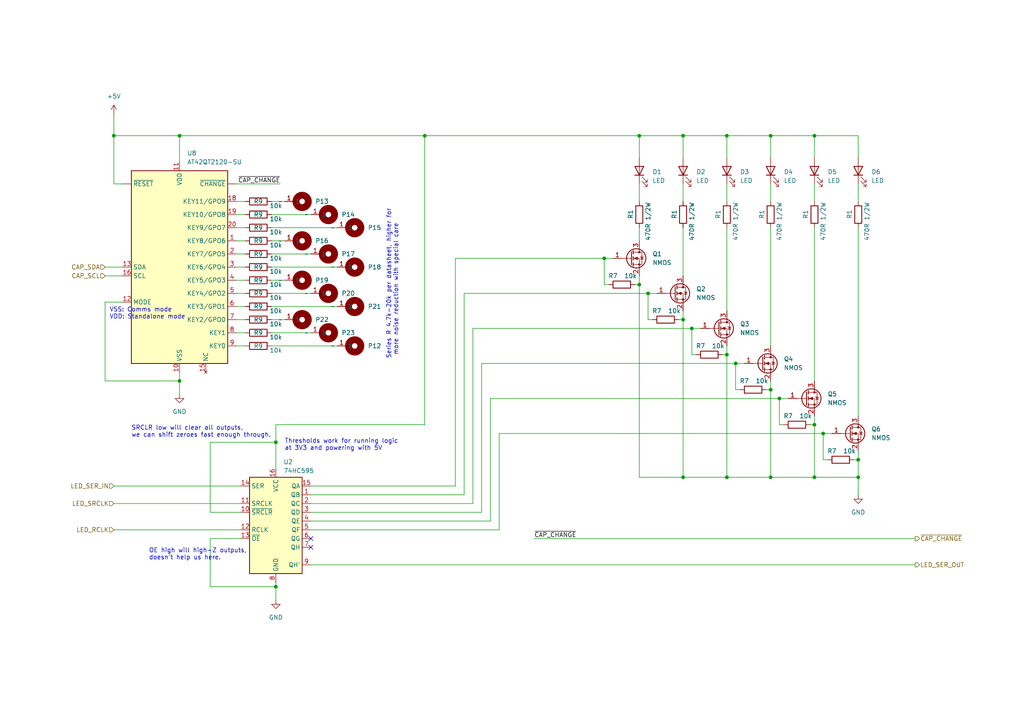
<source format=kicad_sch>
(kicad_sch (version 20230121) (generator eeschema)
  (paper "A4")
  (lib_symbols
    (symbol "74xx:74HC595"
      (property "Reference" "U" (at -7.62 13.97 0))
      (property "Value" "74HC595" (at -7.62 -16.51 0))
      (symbol "74HC595_1_0"
        (pin tri_state line (at 10.16 7.62 180) (length 2.54) (name "QB") (number "1"))
        (pin input line (at -10.16 2.54 0) (length 2.54) (name "~{SRCLR}") (number "10"))
        (pin input line (at -10.16 5.08 0) (length 2.54) (name "SRCLK") (number "11"))
        (pin input line (at -10.16 -2.54 0) (length 2.54) (name "RCLK") (number "12"))
        (pin input line (at -10.16 -5.08 0) (length 2.54) (name "~{OE}") (number "13"))
        (pin input line (at -10.16 10.16 0) (length 2.54) (name "SER") (number "14"))
        (pin tri_state line (at 10.16 10.16 180) (length 2.54) (name "QA") (number "15"))
        (pin power_in line (at 0 15.24 270) (length 2.54) (name "VCC") (number "16"))
        (pin tri_state line (at 10.16 5.08 180) (length 2.54) (name "QC") (number "2"))
        (pin tri_state line (at 10.16 2.54 180) (length 2.54) (name "QD") (number "3"))
        (pin tri_state line (at 10.16 0 180) (length 2.54) (name "QE") (number "4"))
        (pin tri_state line (at 10.16 -2.54 180) (length 2.54) (name "QF") (number "5"))
        (pin tri_state line (at 10.16 -5.08 180) (length 2.54) (name "QG") (number "6"))
        (pin tri_state line (at 10.16 -7.62 180) (length 2.54) (name "QH") (number "7"))
        (pin power_in line (at 0 -17.78 90) (length 2.54) (name "GND") (number "8"))
        (pin output line (at 10.16 -12.7 180) (length 2.54) (name "QH'") (number "9"))
      )
      (symbol "74HC595_1_1"
        (rectangle (start -7.62 12.7) (end 7.62 -15.24) (stroke (width 0.254)) (fill (type background)))
      )
    )
    (symbol "Device:LED" (pin_numbers hide) (pin_names (offset 1.016) hide)
      (property "Reference" "D" (at 0 2.54 0))
      (property "Value" "LED" (at 0 -2.54 0))
      (symbol "LED_0_1"
        (polyline (pts (xy -1.27 -1.27) (xy -1.27 1.27)) (stroke (width 0.254)))
        (polyline (pts (xy -1.27 0) (xy 1.27 0)))
        (polyline (pts (xy 1.27 -1.27) (xy 1.27 1.27) (xy -1.27 0) (xy 1.27 -1.27)) (stroke (width 0.254)))
        (polyline (pts (xy -3.048 -0.762) (xy -4.572 -2.286) (xy -3.81 -2.286) (xy -4.572 -2.286) (xy -4.572 -1.524)))
        (polyline (pts (xy -1.778 -0.762) (xy -3.302 -2.286) (xy -2.54 -2.286) (xy -3.302 -2.286) (xy -3.302 -1.524)))
      )
      (symbol "LED_1_1"
        (pin passive line (at -3.81 0 0) (length 2.54) (name "K") (number "1"))
        (pin passive line (at 3.81 0 180) (length 2.54) (name "A") (number "2"))
      )
    )
    (symbol "Device:Q_NMOS_GSD" (pin_names (offset 0) hide)
      (property "Reference" "Q" (at 5.08 1.27 0))
      (property "Value" "Q_NMOS_GSD" (at 5.08 -1.27 0))
      (symbol "Q_NMOS_GSD_0_1"
        (polyline (pts (xy 0.254 0) (xy -2.54 0)))
        (polyline (pts (xy 0.254 1.905) (xy 0.254 -1.905)) (stroke (width 0.254)))
        (polyline (pts (xy 0.762 -1.27) (xy 0.762 -2.286)) (stroke (width 0.254)))
        (polyline (pts (xy 0.762 0.508) (xy 0.762 -0.508)) (stroke (width 0.254)))
        (polyline (pts (xy 0.762 2.286) (xy 0.762 1.27)) (stroke (width 0.254)))
        (polyline (pts (xy 2.54 2.54) (xy 2.54 1.778)))
        (polyline (pts (xy 2.54 -2.54) (xy 2.54 0) (xy 0.762 0)))
        (polyline (pts (xy 0.762 -1.778) (xy 3.302 -1.778) (xy 3.302 1.778) (xy 0.762 1.778)))
        (polyline (pts (xy 1.016 0) (xy 2.032 0.381) (xy 2.032 -0.381) (xy 1.016 0)) (fill (type outline)))
        (polyline (pts (xy 2.794 0.508) (xy 2.921 0.381) (xy 3.683 0.381) (xy 3.81 0.254)))
        (polyline (pts (xy 3.302 0.381) (xy 2.921 -0.254) (xy 3.683 -0.254) (xy 3.302 0.381)))
        (circle (center 1.651 0) (radius 2.794) (stroke (width 0.254)))
        (circle (center 2.54 -1.778) (radius 0.254) (fill (type outline)))
        (circle (center 2.54 1.778) (radius 0.254) (fill (type outline)))
      )
      (symbol "Q_NMOS_GSD_1_1"
        (pin input line (at -5.08 0 0) (length 2.54) (name "G") (number "1"))
        (pin passive line (at 2.54 -5.08 90) (length 2.54) (name "S") (number "2"))
        (pin passive line (at 2.54 5.08 270) (length 2.54) (name "D") (number "3"))
      )
    )
    (symbol "Device:R" (pin_numbers hide) (pin_names (offset 0))
      (property "Reference" "R" (at 2.032 0 90))
      (property "Value" "R" (at 0 0 90))
      (symbol "R_0_1"
        (rectangle (start -1.016 -2.54) (end 1.016 2.54) (stroke (width 0.254)))
      )
      (symbol "R_1_1"
        (pin passive line (at 0 3.81 270) (length 1.27) (name "~") (number "1"))
        (pin passive line (at 0 -3.81 90) (length 1.27) (name "~") (number "2"))
      )
    )
    (symbol "Sensor_Touch:AT42QT2120-SU"
      (property "Reference" "U" (at 10.16 38.1 0))
      (property "Value" "AT42QT2120-SU" (at 15.24 -16.51 0))
      (symbol "AT42QT2120-SU_1_1"
        (rectangle (start 13.97 40.64) (end 41.91 -15.24) (stroke (width 0.254)) (fill (type background)))
        (pin output line (at 44.45 36.83 180) (length 2.54) (name "~{CHANGE}") (number ""))
        (pin input line (at 11.43 36.83 0) (length 2.54) (name "~{RESET}") (number ""))
        (pin bidirectional line (at 44.45 20.32 180) (length 2.54) (name "KEY8/GPO6") (number "1"))
        (pin power_in line (at 27.94 -17.78 90) (length 2.54) (name "VSS") (number "10"))
        (pin power_in line (at 27.94 43.18 270) (length 2.54) (name "VDD") (number "11"))
        (pin input line (at 11.43 2.54 0) (length 2.54) (name "MODE") (number "12"))
        (pin bidirectional line (at 11.43 12.7 0) (length 2.54) (name "SDA") (number "13"))
        (pin no_connect line (at 35.56 -17.78 90) (length 2.54) (name "NC") (number "15"))
        (pin bidirectional line (at 11.43 10.16 0) (length 2.54) (name "SCL") (number "16"))
        (pin bidirectional line (at 44.45 31.75 180) (length 2.54) (name "KEY11/GPO9") (number "18"))
        (pin bidirectional line (at 44.45 27.94 180) (length 2.54) (name "KEY10/GPO8") (number "19"))
        (pin bidirectional line (at 44.45 16.51 180) (length 2.54) (name "KEY7/GPO5") (number "2"))
        (pin bidirectional line (at 44.45 24.13 180) (length 2.54) (name "KEY9/GPO7") (number "20"))
        (pin bidirectional line (at 44.45 12.7 180) (length 2.54) (name "KEY6/GPO4") (number "3"))
        (pin bidirectional line (at 44.45 8.89 180) (length 2.54) (name "KEY5/GPO3") (number "4"))
        (pin bidirectional line (at 44.45 5.08 180) (length 2.54) (name "KEY4/GPO2") (number "5"))
        (pin bidirectional line (at 44.45 1.27 180) (length 2.54) (name "KEY3/GPO1") (number "6"))
        (pin bidirectional line (at 44.45 -2.54 180) (length 2.54) (name "KEY2/GPO0") (number "7"))
        (pin bidirectional line (at 44.45 -6.35 180) (length 2.54) (name "KEY1") (number "8"))
        (pin bidirectional line (at 44.45 -10.16 180) (length 2.54) (name "KEY0") (number "9"))
      )
    )
    (symbol "Sensor_Touch:Single_LED_Touch_Key"
      (property "Reference" "P" (at 2.54 3.81 0))
      (symbol "Single_LED_Touch_Key_1_1"
        (circle (center 0 0) (radius 1.7961) (stroke (width 2)))
        (pin bidirectional line (at -5.08 0 0) (length 2.54) (name "1") (number "1"))
      )
    )
    (symbol "power:+5V" (power) (pin_names (offset 0))
      (property "Value" "+5V" (at 0 3.556 0))
      (symbol "+5V_0_1"
        (polyline (pts (xy -0.762 1.27) (xy 0 2.54)))
        (polyline (pts (xy 0 0) (xy 0 2.54)))
        (polyline (pts (xy 0 2.54) (xy 0.762 1.27)))
      )
      (symbol "+5V_1_1"
        (pin power_in line (at 0 0 90) (length 0) hide (name "+5V") (number "1"))
      )
    )
    (symbol "power:GND" (power) (pin_names (offset 0))
      (property "Value" "GND" (at 0 -3.81 0))
      (symbol "GND_0_1"
        (polyline (pts (xy 0 0) (xy 0 -1.27) (xy 1.27 -1.27) (xy 0 -2.54) (xy -1.27 -1.27) (xy 0 -1.27)))
      )
      (symbol "GND_1_1"
        (pin power_in line (at 0 0 270) (length 0) hide (name "GND") (number "1"))
      )
    )
  )
  (junction (at 52.07 110.49))
  (junction (at 248.92 133.35))
  (junction (at 236.22 138.43))
  (junction (at 236.22 39.37))
  (junction (at 80.01 170.18))
  (junction (at 223.52 39.37))
  (junction (at 223.52 138.43))
  (junction (at 33.02 39.37))
  (junction (at 198.12 39.37))
  (junction (at 236.22 123.19))
  (junction (at 238.76 125.73))
  (junction (at 200.66 95.25))
  (junction (at 198.12 138.43))
  (junction (at 185.42 39.37))
  (junction (at 198.12 92.71))
  (junction (at 123.19 39.37))
  (junction (at 80.01 128.27))
  (junction (at 210.82 39.37))
  (junction (at 223.52 113.03))
  (junction (at 213.36 105.41))
  (junction (at 210.82 138.43))
  (junction (at 210.82 102.87))
  (junction (at 187.96 85.09))
  (junction (at 248.92 138.43))
  (junction (at 185.42 82.55))
  (junction (at 52.07 39.37))
  (junction (at 175.26 74.93))
  (junction (at 226.06 115.57))
  (no_connect (at 90.17 156.21))
  (no_connect (at 90.17 158.75))
  (wire (pts (xy 198.12 53.34) (xy 198.12 58.42)))
  (wire (pts (xy 52.07 107.95) (xy 52.07 110.49)))
  (wire (pts (xy 68.58 73.66) (xy 71.12 73.66)))
  (wire (pts (xy 52.07 46.99) (xy 52.07 39.37)))
  (wire (pts (xy 234.95 123.19) (xy 236.22 123.19)))
  (wire (pts (xy 236.22 39.37) (xy 248.92 39.37)))
  (wire (pts (xy 185.42 82.55) (xy 185.42 138.43)))
  (wire (pts (xy 123.19 39.37) (xy 123.19 123.19)))
  (wire (pts (xy 210.82 53.34) (xy 210.82 58.42)))
  (wire (pts (xy 78.74 100.33) (xy 97.79 100.33)))
  (wire (pts (xy 200.66 102.87) (xy 200.66 95.25)))
  (wire (pts (xy 144.78 125.73) (xy 238.76 125.73)))
  (wire (pts (xy 236.22 39.37) (xy 236.22 45.72)))
  (wire (pts (xy 90.17 140.97) (xy 132.08 140.97)))
  (wire (pts (xy 198.12 92.71) (xy 198.12 138.43)))
  (wire (pts (xy 185.42 39.37) (xy 198.12 39.37)))
  (wire (pts (xy 134.62 143.51) (xy 90.17 143.51)))
  (wire (pts (xy 248.92 143.51) (xy 248.92 138.43)))
  (wire (pts (xy 78.74 66.04) (xy 97.79 66.04)))
  (wire (pts (xy 60.96 156.21) (xy 60.96 170.18)))
  (wire (pts (xy 210.82 39.37) (xy 210.82 45.72)))
  (wire (pts (xy 90.17 163.83) (xy 265.43 163.83)))
  (wire (pts (xy 33.02 146.05) (xy 69.85 146.05)))
  (wire (pts (xy 78.74 69.85) (xy 82.55 69.85)))
  (wire (pts (xy 139.7 148.59) (xy 90.17 148.59)))
  (wire (pts (xy 184.15 82.55) (xy 185.42 82.55)))
  (wire (pts (xy 189.23 92.71) (xy 187.96 92.71)))
  (wire (pts (xy 175.26 82.55) (xy 175.26 74.93)))
  (wire (pts (xy 144.78 125.73) (xy 144.78 153.67)))
  (wire (pts (xy 227.33 123.19) (xy 226.06 123.19)))
  (wire (pts (xy 68.58 85.09) (xy 71.12 85.09)))
  (wire (pts (xy 198.12 66.04) (xy 198.12 80.01)))
  (wire (pts (xy 68.58 92.71) (xy 71.12 92.71)))
  (wire (pts (xy 80.01 170.18) (xy 80.01 173.99)))
  (wire (pts (xy 68.58 96.52) (xy 71.12 96.52)))
  (wire (pts (xy 223.52 66.04) (xy 223.52 100.33)))
  (wire (pts (xy 213.36 113.03) (xy 213.36 105.41)))
  (wire (pts (xy 33.02 39.37) (xy 52.07 39.37)))
  (wire (pts (xy 60.96 128.27) (xy 80.01 128.27)))
  (wire (pts (xy 223.52 39.37) (xy 223.52 45.72)))
  (wire (pts (xy 68.58 88.9) (xy 71.12 88.9)))
  (wire (pts (xy 68.58 81.28) (xy 71.12 81.28)))
  (wire (pts (xy 248.92 133.35) (xy 248.92 138.43)))
  (wire (pts (xy 185.42 39.37) (xy 185.42 45.72)))
  (wire (pts (xy 175.26 74.93) (xy 177.8 74.93)))
  (wire (pts (xy 200.66 95.25) (xy 203.2 95.25)))
  (wire (pts (xy 78.74 92.71) (xy 82.55 92.71)))
  (wire (pts (xy 226.06 123.19) (xy 226.06 115.57)))
  (wire (pts (xy 185.42 138.43) (xy 198.12 138.43)))
  (wire (pts (xy 80.01 128.27) (xy 80.01 135.89)))
  (wire (pts (xy 35.56 53.34) (xy 33.02 53.34)))
  (wire (pts (xy 210.82 39.37) (xy 223.52 39.37)))
  (wire (pts (xy 210.82 138.43) (xy 223.52 138.43)))
  (wire (pts (xy 134.62 85.09) (xy 187.96 85.09)))
  (wire (pts (xy 247.65 133.35) (xy 248.92 133.35)))
  (wire (pts (xy 30.48 80.01) (xy 35.56 80.01)))
  (wire (pts (xy 248.92 53.34) (xy 248.92 58.42)))
  (wire (pts (xy 123.19 39.37) (xy 185.42 39.37)))
  (wire (pts (xy 142.24 115.57) (xy 226.06 115.57)))
  (wire (pts (xy 210.82 100.33) (xy 210.82 102.87)))
  (wire (pts (xy 123.19 123.19) (xy 80.01 123.19)))
  (wire (pts (xy 90.17 151.13) (xy 142.24 151.13)))
  (wire (pts (xy 223.52 53.34) (xy 223.52 58.42)))
  (wire (pts (xy 154.94 156.21) (xy 265.43 156.21)))
  (wire (pts (xy 236.22 66.04) (xy 236.22 110.49)))
  (wire (pts (xy 60.96 148.59) (xy 60.96 128.27)))
  (wire (pts (xy 198.12 39.37) (xy 210.82 39.37)))
  (wire (pts (xy 30.48 110.49) (xy 52.07 110.49)))
  (wire (pts (xy 68.58 66.04) (xy 71.12 66.04)))
  (wire (pts (xy 33.02 140.97) (xy 69.85 140.97)))
  (wire (pts (xy 185.42 80.01) (xy 185.42 82.55)))
  (wire (pts (xy 68.58 62.23) (xy 71.12 62.23)))
  (wire (pts (xy 240.03 133.35) (xy 238.76 133.35)))
  (wire (pts (xy 60.96 170.18) (xy 80.01 170.18)))
  (wire (pts (xy 68.58 69.85) (xy 71.12 69.85)))
  (wire (pts (xy 68.58 77.47) (xy 71.12 77.47)))
  (wire (pts (xy 139.7 105.41) (xy 139.7 148.59)))
  (wire (pts (xy 69.85 156.21) (xy 60.96 156.21)))
  (wire (pts (xy 187.96 92.71) (xy 187.96 85.09)))
  (wire (pts (xy 80.01 123.19) (xy 80.01 128.27)))
  (wire (pts (xy 80.01 168.91) (xy 80.01 170.18)))
  (wire (pts (xy 213.36 105.41) (xy 215.9 105.41)))
  (wire (pts (xy 90.17 146.05) (xy 137.16 146.05)))
  (wire (pts (xy 187.96 85.09) (xy 190.5 85.09)))
  (wire (pts (xy 196.85 92.71) (xy 198.12 92.71)))
  (wire (pts (xy 78.74 58.42) (xy 82.55 58.42)))
  (wire (pts (xy 209.55 102.87) (xy 210.82 102.87)))
  (wire (pts (xy 68.58 100.33) (xy 71.12 100.33)))
  (wire (pts (xy 223.52 39.37) (xy 236.22 39.37)))
  (wire (pts (xy 222.25 113.03) (xy 223.52 113.03)))
  (wire (pts (xy 198.12 39.37) (xy 198.12 45.72)))
  (wire (pts (xy 78.74 77.47) (xy 97.79 77.47)))
  (wire (pts (xy 185.42 53.34) (xy 185.42 58.42)))
  (wire (pts (xy 33.02 33.02) (xy 33.02 39.37)))
  (wire (pts (xy 78.74 96.52) (xy 90.17 96.52)))
  (wire (pts (xy 30.48 77.47) (xy 35.56 77.47)))
  (wire (pts (xy 137.16 146.05) (xy 137.16 95.25)))
  (wire (pts (xy 238.76 133.35) (xy 238.76 125.73)))
  (wire (pts (xy 198.12 90.17) (xy 198.12 92.71)))
  (wire (pts (xy 214.63 113.03) (xy 213.36 113.03)))
  (wire (pts (xy 52.07 110.49) (xy 52.07 114.3)))
  (wire (pts (xy 185.42 66.04) (xy 185.42 69.85)))
  (wire (pts (xy 139.7 105.41) (xy 213.36 105.41)))
  (wire (pts (xy 78.74 62.23) (xy 90.17 62.23)))
  (wire (pts (xy 210.82 66.04) (xy 210.82 90.17)))
  (wire (pts (xy 236.22 123.19) (xy 236.22 138.43)))
  (wire (pts (xy 35.56 87.63) (xy 30.48 87.63)))
  (wire (pts (xy 52.07 39.37) (xy 123.19 39.37)))
  (wire (pts (xy 132.08 140.97) (xy 132.08 74.93)))
  (wire (pts (xy 236.22 120.65) (xy 236.22 123.19)))
  (wire (pts (xy 223.52 110.49) (xy 223.52 113.03)))
  (wire (pts (xy 69.85 148.59) (xy 60.96 148.59)))
  (wire (pts (xy 248.92 130.81) (xy 248.92 133.35)))
  (wire (pts (xy 30.48 87.63) (xy 30.48 110.49)))
  (wire (pts (xy 137.16 95.25) (xy 200.66 95.25)))
  (wire (pts (xy 236.22 53.34) (xy 236.22 58.42)))
  (wire (pts (xy 223.52 113.03) (xy 223.52 138.43)))
  (wire (pts (xy 78.74 88.9) (xy 97.79 88.9)))
  (wire (pts (xy 226.06 115.57) (xy 228.6 115.57)))
  (wire (pts (xy 78.74 81.28) (xy 82.55 81.28)))
  (wire (pts (xy 210.82 102.87) (xy 210.82 138.43)))
  (wire (pts (xy 68.58 58.42) (xy 71.12 58.42)))
  (wire (pts (xy 132.08 74.93) (xy 175.26 74.93)))
  (wire (pts (xy 236.22 138.43) (xy 248.92 138.43)))
  (wire (pts (xy 134.62 85.09) (xy 134.62 143.51)))
  (wire (pts (xy 78.74 85.09) (xy 90.17 85.09)))
  (wire (pts (xy 33.02 53.34) (xy 33.02 39.37)))
  (wire (pts (xy 176.53 82.55) (xy 175.26 82.55)))
  (wire (pts (xy 238.76 125.73) (xy 241.3 125.73)))
  (wire (pts (xy 68.58 53.34) (xy 81.28 53.34)))
  (wire (pts (xy 223.52 138.43) (xy 236.22 138.43)))
  (wire (pts (xy 248.92 66.04) (xy 248.92 120.65)))
  (wire (pts (xy 198.12 138.43) (xy 210.82 138.43)))
  (wire (pts (xy 142.24 151.13) (xy 142.24 115.57)))
  (wire (pts (xy 201.93 102.87) (xy 200.66 102.87)))
  (wire (pts (xy 33.02 153.67) (xy 69.85 153.67)))
  (wire (pts (xy 78.74 73.66) (xy 90.17 73.66)))
  (wire (pts (xy 248.92 39.37) (xy 248.92 45.72)))
  (wire (pts (xy 144.78 153.67) (xy 90.17 153.67)))
  (text "SRCLR low will clear all outputs,\nwe can shift zeroes fast enough through." (at 38.1 127 0) (effects (font (size 1.27 1.27)) (justify left bottom)))
  (text "Series R 4.7k-20k per datasheet, higher for\n more noise reduction with special care" (at 115.57 104.14 90) (effects (font (size 1.27 1.27)) (justify left bottom)))
  (text "OE high will high-Z outputs,\ndoesn't help us here." (at 43.18 162.56 0) (effects (font (size 1.27 1.27)) (justify left bottom)))
  (text "Thresholds work for running logic\nat 3V3 and powering with 5V" (at 82.55 130.81 0) (effects (font (size 1.27 1.27)) (justify left bottom)))
  (text "VSS: Comms mode\nVDD: Standalone mode" (at 31.75 92.71 0) (effects (font (size 1.27 1.27)) (justify left bottom)))
  (label "~{CAP_CHANGE}" (at 81.28 53.34 180))
  (label "~{CAP_CHANGE}" (at 154.94 156.21 0))
  (hierarchical_label "LED_RCLK" (shape input) (at 33.02 153.67 180))
  (hierarchical_label "CAP_SDA" (shape input) (at 30.48 77.47 180))
  (hierarchical_label "LED_SER_IN" (shape input) (at 33.02 140.97 180))
  (hierarchical_label "CAP_SCL" (shape input) (at 30.48 80.01 180))
  (hierarchical_label "~{CAP_CHANGE}" (shape output) (at 265.43 156.21 0))
  (hierarchical_label "LED_SER_OUT" (shape output) (at 265.43 163.83 0))
  (hierarchical_label "LED_SRCLK" (shape input) (at 33.02 146.05 180))
  (symbol (lib_id "Sensor_Touch:Single_LED_Touch_Key") (at 87.63 81.28 0) (unit 1)
    (property "Reference" "P19" (at 91.44 81.28 0) (effects (justify left)))
    (property "Value" "~" (at 81.28 81.28 0))
    (property "Footprint" "Button_Switch_SMD:Cap_Touch_Ring_Small" (effects hide))
    (instances (project "button-board" (path "" (reference "P19") (unit 1)) (path "" (reference "P31") (unit 1)) (path "" (reference "P7") (unit 1))))
  )
  (symbol (lib_id "Device:R") (at 74.93 58.42 90) (unit 1)
    (property "Reference" "R9" (at 74.93 58.42 90))
    (property "Value" "10k" (at 80.01 59.69 90))
    (property "Footprint" "Resistor_SMD:R_0603_1608Metric" (effects hide))
    (instances (project "button-board" (path "" (reference "R9") (unit 1)) (path "" (reference "R5") (unit 1)) (path "" (reference "R32") (unit 1)) (path "" (reference "R1") (unit 1))))
  )
  (symbol (lib_id "Device:R") (at 236.22 62.23 0) (unit 1)
    (property "Reference" "R1" (at 233.68 63.5 90) (effects (justify left)))
    (property "Value" "470R 1/2W" (at 238.76 69.85 90) (effects (justify left)))
    (property "Footprint" "Resistor_SMD:R_1206_3216Metric" (effects hide))
    (property "MPN" "ERJ-P08J471V" (effects hide))
    (property "Link" "https://www.digikey.de/en/products/detail/panasonic-electronic-components/ERJ-P08J471V/525396" (effects hide))
    (instances (project "button-board" (path "" (reference "R1") (unit 1)) (path "" (reference "R21") (unit 1)) (path "" (reference "R36") (unit 1)) (path "" (reference "R34") (unit 1))))
  )
  (symbol (lib_id "Device:R") (at 74.93 69.85 90) (unit 1)
    (property "Reference" "R9" (at 74.93 69.85 90))
    (property "Value" "10k" (at 80.01 71.12 90))
    (property "Footprint" "Resistor_SMD:R_0603_1608Metric" (effects hide))
    (instances (project "button-board" (path "" (reference "R9") (unit 1)) (path "" (reference "R8") (unit 1)) (path "" (reference "R43") (unit 1)) (path "" (reference "R50") (unit 1))))
  )
  (symbol (lib_id "Device:LED") (at 198.12 49.53 90) (unit 1)
    (property "Reference" "D2" (at 201.93 49.8475 90) (effects (justify right)))
    (property "Value" "LED" (at 201.93 52.3875 90) (effects (justify right)))
    (property "Footprint" "LED_SMD:LED_SunLED_XZ_Reverse_Mount" (effects hide))
    (instances (project "button-board" (path "" (reference "D2") (unit 1)) (path "" (reference "D8") (unit 1)) (path "" (reference "D14") (unit 1)) (path "" (reference "D2") (unit 1))))
  )
  (symbol (lib_id "Sensor_Touch:AT42QT2120-SU") (at 24.13 90.17 0) (unit 1)
    (property "Reference" "U8" (at 54.2641 44.45 0) (effects (justify left)))
    (property "Value" "AT42QT2120-SU" (at 54.2641 46.99 0) (effects (justify left)))
    (property "Footprint" "Package_SO:TSSOP-20_4.4x6.5mm_P0.65mm" (effects hide))
    (instances (project "button-board" (path "" (reference "U8") (unit 1)) (path "" (reference "U3") (unit 1)) (path "" (reference "U5") (unit 1)) (path "" (reference "U2") (unit 1))))
  )
  (symbol (lib_id "Device:R") (at 74.93 66.04 90) (unit 1)
    (property "Reference" "R9" (at 74.93 66.04 90))
    (property "Value" "10k" (at 80.01 67.31 90))
    (property "Footprint" "Resistor_SMD:R_0603_1608Metric" (effects hide))
    (instances (project "button-board" (path "" (reference "R9") (unit 1)) (path "" (reference "R7") (unit 1)) (path "" (reference "R42") (unit 1)) (path "" (reference "R49") (unit 1))))
  )
  (symbol (lib_id "Sensor_Touch:Single_LED_Touch_Key") (at 95.25 62.23 0) (unit 1)
    (property "Reference" "P14" (at 99.06 62.23 0) (effects (justify left)))
    (property "Value" "~" (at 88.9 62.23 0))
    (property "Footprint" "Button_Switch_SMD:Cap_Touch_Ring_Small" (effects hide))
    (instances (project "button-board" (path "" (reference "P14") (unit 1)) (path "" (reference "P26") (unit 1)) (path "" (reference "P2") (unit 1))))
  )
  (symbol (lib_id "Device:LED") (at 210.82 49.53 90) (unit 1)
    (property "Reference" "D3" (at 214.63 49.8475 90) (effects (justify right)))
    (property "Value" "LED" (at 214.63 52.3875 90) (effects (justify right)))
    (property "Footprint" "LED_SMD:LED_SunLED_XZ_Reverse_Mount" (effects hide))
    (instances (project "button-board" (path "" (reference "D3") (unit 1)) (path "" (reference "D9") (unit 1)) (path "" (reference "D15") (unit 1)) (path "" (reference "D3") (unit 1))))
  )
  (symbol (lib_id "Device:R") (at 74.93 100.33 90) (unit 1)
    (property "Reference" "R9" (at 74.93 100.33 90))
    (property "Value" "10k" (at 80.01 101.6 90))
    (property "Footprint" "Resistor_SMD:R_0603_1608Metric" (effects hide))
    (instances (project "button-board" (path "" (reference "R9") (unit 1)) (path "" (reference "R17") (unit 1)) (path "" (reference "R55") (unit 1)) (path "" (reference "R132") (unit 1))))
  )
  (symbol (lib_id "Device:R") (at 74.93 96.52 90) (unit 1)
    (property "Reference" "R9" (at 74.93 96.52 90))
    (property "Value" "10k" (at 80.01 97.79 90))
    (property "Footprint" "Resistor_SMD:R_0603_1608Metric" (effects hide))
    (instances (project "button-board" (path "" (reference "R9") (unit 1)) (path "" (reference "R16") (unit 1)) (path "" (reference "R54") (unit 1)) (path "" (reference "R131") (unit 1))))
  )
  (symbol (lib_id "Device:Q_NMOS_GSD") (at 220.98 105.41 0) (unit 1)
    (property "Reference" "Q4" (at 227.33 104.14 0) (effects (justify left)))
    (property "Value" "NMOS" (at 227.33 106.68 0) (effects (justify left)))
    (property "Footprint" "Package_TO_SOT_SMD:TSOT-23" (effects hide))
    (property "Link" "https://www.digikey.de/en/products/detail/anbon-semiconductor-int-l-limited/AS2302/16708469" (effects hide))
    (property "MPN" "AS2302" (effects hide))
    (instances (project "button-board" (path "" (reference "Q4") (unit 1)) (path "" (reference "Q10") (unit 1)) (path "" (reference "Q16") (unit 1)) (path "" (reference "Q4") (unit 1))))
  )
  (symbol (lib_id "power:+5V") (at 33.02 33.02 0) (unit 1)
    (property "Reference" "#PWR03" (effects hide))
    (property "Value" "+5V" (at 33.02 27.94 0))
    (instances (project "button-board" (path "" (reference "#PWR03") (unit 1)) (path "" (reference "#PWR06") (unit 1)) (path "" (reference "#PWR010") (unit 1)) (path "" (reference "#PWR03") (unit 1))))
  )
  (symbol (lib_id "Device:LED") (at 236.22 49.53 90) (unit 1)
    (property "Reference" "D5" (at 240.03 49.8475 90) (effects (justify right)))
    (property "Value" "LED" (at 240.03 52.3875 90) (effects (justify right)))
    (property "Footprint" "LED_SMD:LED_SunLED_XZ_Reverse_Mount" (effects hide))
    (instances (project "button-board" (path "" (reference "D5") (unit 1)) (path "" (reference "D11") (unit 1)) (path "" (reference "D17") (unit 1)) (path "" (reference "D5") (unit 1))))
  )
  (symbol (lib_id "Sensor_Touch:Single_LED_Touch_Key") (at 87.63 92.71 0) (unit 1)
    (property "Reference" "P22" (at 91.44 92.71 0) (effects (justify left)))
    (property "Value" "~" (at 81.28 92.71 0))
    (property "Footprint" "Button_Switch_SMD:Cap_Touch_Ring_Small" (effects hide))
    (instances (project "button-board" (path "" (reference "P22") (unit 1)) (path "" (reference "P34") (unit 1)) (path "" (reference "P10") (unit 1))))
  )
  (symbol (lib_id "Device:R") (at 248.92 62.23 0) (unit 1)
    (property "Reference" "R1" (at 246.38 63.5 90) (effects (justify left)))
    (property "Value" "470R 1/2W" (at 251.46 69.85 90) (effects (justify left)))
    (property "Footprint" "Resistor_SMD:R_1206_3216Metric" (effects hide))
    (property "MPN" "ERJ-P08J471V" (effects hide))
    (property "Link" "https://www.digikey.de/en/products/detail/panasonic-electronic-components/ERJ-P08J471V/525396" (effects hide))
    (instances (project "button-board" (path "" (reference "R1") (unit 1)) (path "" (reference "R21") (unit 1)) (path "" (reference "R36") (unit 1)) (path "" (reference "R35") (unit 1))))
  )
  (symbol (lib_id "Device:R") (at 74.93 88.9 90) (unit 1)
    (property "Reference" "R9" (at 74.93 88.9 90))
    (property "Value" "10k" (at 80.01 90.17 90))
    (property "Footprint" "Resistor_SMD:R_0603_1608Metric" (effects hide))
    (instances (project "button-board" (path "" (reference "R9") (unit 1)) (path "" (reference "R14") (unit 1)) (path "" (reference "R51") (unit 1)) (path "" (reference "R108") (unit 1))))
  )
  (symbol (lib_id "Device:R") (at 223.52 62.23 0) (unit 1)
    (property "Reference" "R1" (at 220.98 63.5 90) (effects (justify left)))
    (property "Value" "470R 1/2W" (at 226.06 69.85 90) (effects (justify left)))
    (property "Footprint" "Resistor_SMD:R_1206_3216Metric" (effects hide))
    (property "MPN" "ERJ-P08J471V" (effects hide))
    (property "Link" "https://www.digikey.de/en/products/detail/panasonic-electronic-components/ERJ-P08J471V/525396" (effects hide))
    (instances (project "button-board" (path "" (reference "R1") (unit 1)) (path "" (reference "R21") (unit 1)) (path "" (reference "R36") (unit 1)) (path "" (reference "R20") (unit 1))))
  )
  (symbol (lib_id "Sensor_Touch:Single_LED_Touch_Key") (at 95.25 96.52 0) (unit 1)
    (property "Reference" "P23" (at 99.06 96.52 0) (effects (justify left)))
    (property "Value" "~" (at 88.9 96.52 0))
    (property "Footprint" "Button_Switch_SMD:Cap_Touch_Ring_Small" (effects hide))
    (instances (project "button-board" (path "" (reference "P23") (unit 1)) (path "" (reference "P35") (unit 1)) (path "" (reference "P11") (unit 1))))
  )
  (symbol (lib_id "Device:R") (at 74.93 77.47 90) (unit 1)
    (property "Reference" "R9" (at 74.93 77.47 90))
    (property "Value" "10k" (at 80.01 78.74 90))
    (property "Footprint" "Resistor_SMD:R_0603_1608Metric" (effects hide))
    (instances (project "button-board" (path "" (reference "R9") (unit 1)) (path "" (reference "R10") (unit 1)) (path "" (reference "R45") (unit 1)) (path "" (reference "R65") (unit 1))))
  )
  (symbol (lib_id "Device:R") (at 74.93 92.71 90) (unit 1)
    (property "Reference" "R9" (at 74.93 92.71 90))
    (property "Value" "10k" (at 80.01 93.98 90))
    (property "Footprint" "Resistor_SMD:R_0603_1608Metric" (effects hide))
    (instances (project "button-board" (path "" (reference "R9") (unit 1)) (path "" (reference "R15") (unit 1)) (path "" (reference "R52") (unit 1)) (path "" (reference "R109") (unit 1))))
  )
  (symbol (lib_id "Device:R") (at 198.12 62.23 0) (unit 1)
    (property "Reference" "R1" (at 195.58 63.5 90) (effects (justify left)))
    (property "Value" "470R 1/2W" (at 200.66 69.85 90) (effects (justify left)))
    (property "Footprint" "Resistor_SMD:R_1206_3216Metric" (effects hide))
    (property "MPN" "ERJ-P08J471V" (effects hide))
    (property "Link" "https://www.digikey.de/en/products/detail/panasonic-electronic-components/ERJ-P08J471V/525396" (effects hide))
    (instances (project "button-board" (path "" (reference "R1") (unit 1)) (path "" (reference "R21") (unit 1)) (path "" (reference "R36") (unit 1)) (path "" (reference "R4") (unit 1))))
  )
  (symbol (lib_id "Device:R") (at 74.93 62.23 90) (unit 1)
    (property "Reference" "R9" (at 74.93 62.23 90))
    (property "Value" "10k" (at 80.01 63.5 90))
    (property "Footprint" "Resistor_SMD:R_0603_1608Metric" (effects hide))
    (instances (project "button-board" (path "" (reference "R9") (unit 1)) (path "" (reference "R6") (unit 1)) (path "" (reference "R33") (unit 1)) (path "" (reference "R2") (unit 1))))
  )
  (symbol (lib_id "Device:Q_NMOS_GSD") (at 195.58 85.09 0) (unit 1)
    (property "Reference" "Q2" (at 201.93 83.82 0) (effects (justify left)))
    (property "Value" "NMOS" (at 201.93 86.36 0) (effects (justify left)))
    (property "Footprint" "Package_TO_SOT_SMD:TSOT-23" (effects hide))
    (property "Link" "https://www.digikey.de/en/products/detail/anbon-semiconductor-int-l-limited/AS2302/16708469" (effects hide))
    (property "MPN" "AS2302" (effects hide))
    (instances (project "button-board" (path "" (reference "Q2") (unit 1)) (path "" (reference "Q8") (unit 1)) (path "" (reference "Q14") (unit 1)) (path "" (reference "Q2") (unit 1))))
  )
  (symbol (lib_id "Device:R") (at 231.14 123.19 90) (unit 1)
    (property "Reference" "R7" (at 228.6 120.65 90))
    (property "Value" "10k" (at 233.68 120.65 90))
    (property "Footprint" "Resistor_SMD:R_0603_1608Metric" (effects hide))
    (instances (project "button-board" (path "" (reference "R7") (unit 1)) (path "" (reference "R28") (unit 1)) (path "" (reference "R58") (unit 1)) (path "" (reference "R150") (unit 1))))
  )
  (symbol (lib_id "Sensor_Touch:Single_LED_Touch_Key") (at 102.87 88.9 0) (unit 1)
    (property "Reference" "P21" (at 106.68 88.9 0) (effects (justify left)))
    (property "Value" "~" (at 96.52 88.9 0))
    (property "Footprint" "Button_Switch_SMD:Cap_Touch_Ring_Small" (effects hide))
    (instances (project "button-board" (path "" (reference "P21") (unit 1)) (path "" (reference "P33") (unit 1)) (path "" (reference "P9") (unit 1))))
  )
  (symbol (lib_id "Device:Q_NMOS_GSD") (at 182.88 74.93 0) (unit 1)
    (property "Reference" "Q1" (at 189.23 73.66 0) (effects (justify left)))
    (property "Value" "NMOS" (at 189.23 76.2 0) (effects (justify left)))
    (property "Footprint" "Package_TO_SOT_SMD:TSOT-23" (effects hide))
    (property "Link" "https://www.digikey.de/en/products/detail/anbon-semiconductor-int-l-limited/AS2302/16708469" (effects hide))
    (property "MPN" "AS2302" (effects hide))
    (instances (project "button-board" (path "" (reference "Q1") (unit 1)) (path "" (reference "Q7") (unit 1)) (path "" (reference "Q13") (unit 1)) (path "" (reference "Q1") (unit 1))))
  )
  (symbol (lib_id "Device:R") (at 243.84 133.35 90) (unit 1)
    (property "Reference" "R7" (at 241.3 130.81 90))
    (property "Value" "10k" (at 246.38 130.81 90))
    (property "Footprint" "Resistor_SMD:R_0603_1608Metric" (effects hide))
    (instances (project "button-board" (path "" (reference "R7") (unit 1)) (path "" (reference "R30") (unit 1)) (path "" (reference "R59") (unit 1)) (path "" (reference "R151") (unit 1))))
  )
  (symbol (lib_id "Device:R") (at 185.42 62.23 0) (unit 1)
    (property "Reference" "R1" (at 182.88 63.5 90) (effects (justify left)))
    (property "Value" "470R 1/2W" (at 187.96 69.85 90) (effects (justify left)))
    (property "Footprint" "Resistor_SMD:R_1206_3216Metric" (effects hide))
    (property "MPN" "ERJ-P08J471V" (effects hide))
    (property "Link" "https://www.digikey.de/en/products/detail/panasonic-electronic-components/ERJ-P08J471V/525396" (effects hide))
    (instances (project "button-board" (path "" (reference "R1") (unit 1)) (path "" (reference "R21") (unit 1)) (path "" (reference "R36") (unit 1)) (path "" (reference "R3") (unit 1))))
  )
  (symbol (lib_id "Device:LED") (at 223.52 49.53 90) (unit 1)
    (property "Reference" "D4" (at 227.33 49.8475 90) (effects (justify right)))
    (property "Value" "LED" (at 227.33 52.3875 90) (effects (justify right)))
    (property "Footprint" "LED_SMD:LED_SunLED_XZ_Reverse_Mount" (effects hide))
    (instances (project "button-board" (path "" (reference "D4") (unit 1)) (path "" (reference "D10") (unit 1)) (path "" (reference "D16") (unit 1)) (path "" (reference "D4") (unit 1))))
  )
  (symbol (lib_id "Device:R") (at 210.82 62.23 0) (unit 1)
    (property "Reference" "R1" (at 208.28 63.5 90) (effects (justify left)))
    (property "Value" "470R 1/2W" (at 213.36 69.85 90) (effects (justify left)))
    (property "Footprint" "Resistor_SMD:R_1206_3216Metric" (effects hide))
    (property "MPN" "ERJ-P08J471V" (effects hide))
    (property "Link" "https://www.digikey.de/en/products/detail/panasonic-electronic-components/ERJ-P08J471V/525396" (effects hide))
    (instances (project "button-board" (path "" (reference "R1") (unit 1)) (path "" (reference "R21") (unit 1)) (path "" (reference "R36") (unit 1)) (path "" (reference "R19") (unit 1))))
  )
  (symbol (lib_id "Device:R") (at 74.93 73.66 90) (unit 1)
    (property "Reference" "R9" (at 74.93 73.66 90))
    (property "Value" "10k" (at 80.01 74.93 90))
    (property "Footprint" "Resistor_SMD:R_0603_1608Metric" (effects hide))
    (instances (project "button-board" (path "" (reference "R9") (unit 1)) (path "" (reference "R9") (unit 1)) (path "" (reference "R44") (unit 1)) (path "" (reference "R64") (unit 1))))
  )
  (symbol (lib_id "74xx:74HC595") (at 80.01 151.13 0) (unit 1)
    (property "Reference" "U2" (at 82.2041 133.985 0) (effects (justify left)))
    (property "Value" "74HC595" (at 82.2041 136.525 0) (effects (justify left)))
    (property "Footprint" "Package_SO:TSSOP-16_4.4x5mm_P0.65mm" (effects hide))
    (property "Datasheet" "http://www.ti.com/lit/ds/symlink/sn74hc595.pdf" (effects hide))
    (property "Link" "https://www.digikey.de/en/products/detail/nexperia-usa-inc/74HC595PW-118/946653" (effects hide))
    (property "MPN" "74HC595PW,118" (effects hide))
    (instances (project "button-board" (path "" (reference "U2") (unit 1)) (path "" (reference "U2") (unit 1)) (path "" (reference "U4") (unit 1)) (path "" (reference "U6") (unit 1)) (path "" (reference "U8") (unit 1))))
  )
  (symbol (lib_id "Sensor_Touch:Single_LED_Touch_Key") (at 102.87 100.33 0) (unit 1)
    (property "Reference" "P12" (at 106.68 100.33 0) (effects (justify left)))
    (property "Value" "~" (at 96.52 100.33 0))
    (property "Footprint" "Button_Switch_SMD:Cap_Touch_Ring_Small" (effects hide))
    (instances (project "button-board" (path "" (reference "P12") (unit 1)) (path "" (reference "P36") (unit 1)) (path "" (reference "P24") (unit 1))))
  )
  (symbol (lib_id "Device:LED") (at 248.92 49.53 90) (unit 1)
    (property "Reference" "D6" (at 252.73 49.8475 90) (effects (justify right)))
    (property "Value" "LED" (at 252.73 52.3875 90) (effects (justify right)))
    (property "Footprint" "LED_SMD:LED_SunLED_XZ_Reverse_Mount" (effects hide))
    (instances (project "button-board" (path "" (reference "D6") (unit 1)) (path "" (reference "D12") (unit 1)) (path "" (reference "D18") (unit 1)) (path "" (reference "D6") (unit 1))))
  )
  (symbol (lib_id "power:GND") (at 248.92 143.51 0) (unit 1)
    (property "Reference" "#PWR04" (effects hide))
    (property "Value" "GND" (at 248.92 148.59 0))
    (instances (project "button-board" (path "" (reference "#PWR04") (unit 1)) (path "" (reference "#PWR09") (unit 1)) (path "" (reference "#PWR012") (unit 1)) (path "" (reference "#PWR015") (unit 1))))
  )
  (symbol (lib_id "Device:R") (at 74.93 81.28 90) (unit 1)
    (property "Reference" "R9" (at 74.93 81.28 90))
    (property "Value" "10k" (at 80.01 82.55 90))
    (property "Footprint" "Resistor_SMD:R_0603_1608Metric" (effects hide))
    (instances (project "button-board" (path "" (reference "R9") (unit 1)) (path "" (reference "R11") (unit 1)) (path "" (reference "R46") (unit 1)) (path "" (reference "R73") (unit 1))))
  )
  (symbol (lib_id "Device:Q_NMOS_GSD") (at 233.68 115.57 0) (unit 1)
    (property "Reference" "Q5" (at 240.03 114.3 0) (effects (justify left)))
    (property "Value" "NMOS" (at 240.03 116.84 0) (effects (justify left)))
    (property "Footprint" "Package_TO_SOT_SMD:TSOT-23" (effects hide))
    (property "Link" "https://www.digikey.de/en/products/detail/anbon-semiconductor-int-l-limited/AS2302/16708469" (effects hide))
    (property "MPN" "AS2302" (effects hide))
    (instances (project "button-board" (path "" (reference "Q5") (unit 1)) (path "" (reference "Q11") (unit 1)) (path "" (reference "Q17") (unit 1)) (path "" (reference "Q5") (unit 1))))
  )
  (symbol (lib_id "power:GND") (at 80.01 173.99 0) (unit 1)
    (property "Reference" "#PWR08" (effects hide))
    (property "Value" "GND" (at 80.01 179.07 0))
    (instances (project "button-board" (path "" (reference "#PWR08") (unit 1)) (path "" (reference "#PWR013") (unit 1)) (path "" (reference "#PWR021") (unit 1))))
  )
  (symbol (lib_id "Device:R") (at 218.44 113.03 90) (unit 1)
    (property "Reference" "R7" (at 215.9 110.49 90))
    (property "Value" "10k" (at 220.98 110.49 90))
    (property "Footprint" "Resistor_SMD:R_0603_1608Metric" (effects hide))
    (instances (project "button-board" (path "" (reference "R7") (unit 1)) (path "" (reference "R26") (unit 1)) (path "" (reference "R57") (unit 1)) (path "" (reference "R149") (unit 1))))
  )
  (symbol (lib_id "Sensor_Touch:Single_LED_Touch_Key") (at 102.87 66.04 0) (unit 1)
    (property "Reference" "P15" (at 106.68 66.04 0) (effects (justify left)))
    (property "Value" "~" (at 96.52 66.04 0))
    (property "Footprint" "Button_Switch_SMD:Cap_Touch_Ring_Small" (effects hide))
    (instances (project "button-board" (path "" (reference "P15") (unit 1)) (path "" (reference "P27") (unit 1)) (path "" (reference "P3") (unit 1))))
  )
  (symbol (lib_id "Device:R") (at 180.34 82.55 90) (unit 1)
    (property "Reference" "R7" (at 177.8 80.01 90))
    (property "Value" "10k" (at 182.88 80.01 90))
    (property "Footprint" "Resistor_SMD:R_0603_1608Metric" (effects hide))
    (instances (project "button-board" (path "" (reference "R7") (unit 1)) (path "" (reference "R18") (unit 1)) (path "" (reference "R47") (unit 1)) (path "" (reference "R101") (unit 1))))
  )
  (symbol (lib_id "Device:R") (at 205.74 102.87 90) (unit 1)
    (property "Reference" "R7" (at 203.2 100.33 90))
    (property "Value" "10k" (at 208.28 100.33 90))
    (property "Footprint" "Resistor_SMD:R_0603_1608Metric" (effects hide))
    (instances (project "button-board" (path "" (reference "R7") (unit 1)) (path "" (reference "R24") (unit 1)) (path "" (reference "R56") (unit 1)) (path "" (reference "R133") (unit 1))))
  )
  (symbol (lib_id "Sensor_Touch:Single_LED_Touch_Key") (at 87.63 58.42 0) (unit 1)
    (property "Reference" "P13" (at 91.44 58.42 0) (effects (justify left)))
    (property "Value" "~" (at 81.28 58.42 0))
    (property "Footprint" "Button_Switch_SMD:Cap_Touch_Ring_Small" (effects hide))
    (instances (project "button-board" (path "" (reference "P13") (unit 1)) (path "" (reference "P25") (unit 1)) (path "" (reference "P1") (unit 1))))
  )
  (symbol (lib_id "Device:R") (at 74.93 85.09 90) (unit 1)
    (property "Reference" "R9" (at 74.93 85.09 90))
    (property "Value" "10k" (at 80.01 86.36 90))
    (property "Footprint" "Resistor_SMD:R_0603_1608Metric" (effects hide))
    (instances (project "button-board" (path "" (reference "R9") (unit 1)) (path "" (reference "R12") (unit 1)) (path "" (reference "R48") (unit 1)) (path "" (reference "R107") (unit 1))))
  )
  (symbol (lib_id "Device:LED") (at 185.42 49.53 90) (unit 1)
    (property "Reference" "D1" (at 189.23 49.8475 90) (effects (justify right)))
    (property "Value" "LED" (at 189.23 52.3875 90) (effects (justify right)))
    (property "Footprint" "LED_SMD:LED_SunLED_XZ_Reverse_Mount" (effects hide))
    (instances (project "button-board" (path "" (reference "D1") (unit 1)) (path "" (reference "D7") (unit 1)) (path "" (reference "D13") (unit 1)) (path "" (reference "D1") (unit 1))))
  )
  (symbol (lib_id "Device:Q_NMOS_GSD") (at 208.28 95.25 0) (unit 1)
    (property "Reference" "Q3" (at 214.63 93.98 0) (effects (justify left)))
    (property "Value" "NMOS" (at 214.63 96.52 0) (effects (justify left)))
    (property "Footprint" "Package_TO_SOT_SMD:TSOT-23" (effects hide))
    (property "Link" "https://www.digikey.de/en/products/detail/anbon-semiconductor-int-l-limited/AS2302/16708469" (effects hide))
    (property "MPN" "AS2302" (effects hide))
    (instances (project "button-board" (path "" (reference "Q3") (unit 1)) (path "" (reference "Q9") (unit 1)) (path "" (reference "Q15") (unit 1)) (path "" (reference "Q3") (unit 1))))
  )
  (symbol (lib_id "Sensor_Touch:Single_LED_Touch_Key") (at 95.25 85.09 0) (unit 1)
    (property "Reference" "P20" (at 99.06 85.09 0) (effects (justify left)))
    (property "Value" "~" (at 88.9 85.09 0))
    (property "Footprint" "Button_Switch_SMD:Cap_Touch_Ring_Small" (effects hide))
    (instances (project "button-board" (path "" (reference "P20") (unit 1)) (path "" (reference "P32") (unit 1)) (path "" (reference "P8") (unit 1))))
  )
  (symbol (lib_id "Device:Q_NMOS_GSD") (at 246.38 125.73 0) (unit 1)
    (property "Reference" "Q6" (at 252.73 124.46 0) (effects (justify left)))
    (property "Value" "NMOS" (at 252.73 127 0) (effects (justify left)))
    (property "Footprint" "Package_TO_SOT_SMD:TSOT-23" (effects hide))
    (property "Link" "https://www.digikey.de/en/products/detail/anbon-semiconductor-int-l-limited/AS2302/16708469" (effects hide))
    (property "MPN" "AS2302" (effects hide))
    (instances (project "button-board" (path "" (reference "Q6") (unit 1)) (path "" (reference "Q12") (unit 1)) (path "" (reference "Q18") (unit 1)) (path "" (reference "Q6") (unit 1))))
  )
  (symbol (lib_id "power:GND") (at 52.07 114.3 0) (unit 1)
    (property "Reference" "#PWR07" (effects hide))
    (property "Value" "GND" (at 52.07 119.38 0))
    (instances (project "button-board" (path "" (reference "#PWR07") (unit 1)) (path "" (reference "#PWR011") (unit 1)) (path "" (reference "#PWR04") (unit 1))))
  )
  (symbol (lib_id "Sensor_Touch:Single_LED_Touch_Key") (at 102.87 77.47 0) (unit 1)
    (property "Reference" "P18" (at 106.68 77.47 0) (effects (justify left)))
    (property "Value" "~" (at 96.52 77.47 0))
    (property "Footprint" "Button_Switch_SMD:Cap_Touch_Ring_Small" (effects hide))
    (instances (project "button-board" (path "" (reference "P18") (unit 1)) (path "" (reference "P30") (unit 1)) (path "" (reference "P6") (unit 1))))
  )
  (symbol (lib_id "Sensor_Touch:Single_LED_Touch_Key") (at 95.25 73.66 0) (unit 1)
    (property "Reference" "P17" (at 99.06 73.66 0) (effects (justify left)))
    (property "Value" "~" (at 88.9 73.66 0))
    (property "Footprint" "Button_Switch_SMD:Cap_Touch_Ring_Small" (effects hide))
    (instances (project "button-board" (path "" (reference "P17") (unit 1)) (path "" (reference "P29") (unit 1)) (path "" (reference "P5") (unit 1))))
  )
  (symbol (lib_id "Device:R") (at 193.04 92.71 90) (unit 1)
    (property "Reference" "R7" (at 190.5 90.17 90))
    (property "Value" "10k" (at 195.58 90.17 90))
    (property "Footprint" "Resistor_SMD:R_0603_1608Metric" (effects hide))
    (instances (project "button-board" (path "" (reference "R7") (unit 1)) (path "" (reference "R22") (unit 1)) (path "" (reference "R53") (unit 1)) (path "" (reference "R119") (unit 1))))
  )
  (symbol (lib_id "Sensor_Touch:Single_LED_Touch_Key") (at 87.63 69.85 0) (unit 1)
    (property "Reference" "P16" (at 91.44 69.85 0) (effects (justify left)))
    (property "Value" "~" (at 81.28 69.85 0))
    (property "Footprint" "Button_Switch_SMD:Cap_Touch_Ring_Small" (effects hide))
    (instances (project "button-board" (path "" (reference "P16") (unit 1)) (path "" (reference "P28") (unit 1)) (path "" (reference "P4") (unit 1))))
  )
)
</source>
